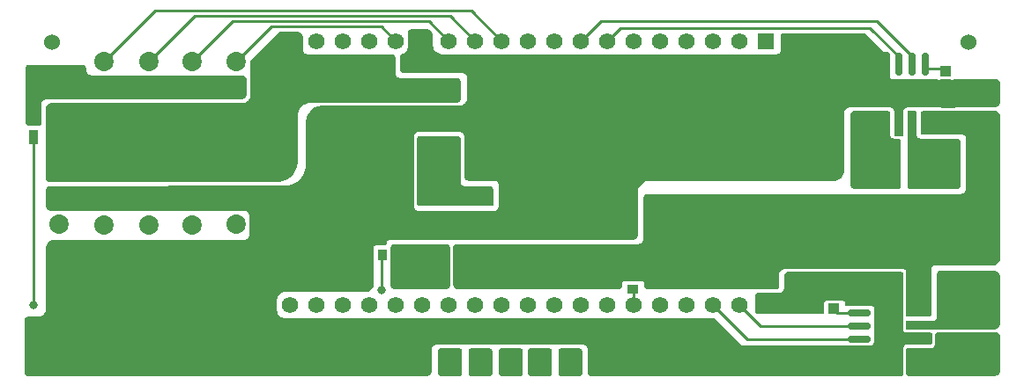
<source format=gbl>
G04*
G04 #@! TF.GenerationSoftware,Altium Limited,Altium Designer,22.5.1 (42)*
G04*
G04 Layer_Physical_Order=2*
G04 Layer_Color=16711680*
%FSLAX44Y44*%
%MOMM*%
G71*
G04*
G04 #@! TF.SameCoordinates,6AFA5DE7-E917-4A20-8E33-DC7232792B34*
G04*
G04*
G04 #@! TF.FilePolarity,Positive*
G04*
G01*
G75*
%ADD14C,0.2540*%
%ADD17R,0.9000X1.0000*%
%ADD18R,1.0000X1.4000*%
%ADD27C,1.8600*%
%ADD28C,1.5240*%
%ADD29R,1.5600X1.5600*%
%ADD30C,1.5600*%
%ADD31C,0.8000*%
%ADD32C,0.6000*%
%ADD33R,3.1000X2.4000*%
G04:AMPARAMS|DCode=34|XSize=2.15mm|YSize=0.6mm|CornerRadius=0.15mm|HoleSize=0mm|Usage=FLASHONLY|Rotation=270.000|XOffset=0mm|YOffset=0mm|HoleType=Round|Shape=RoundedRectangle|*
%AMROUNDEDRECTD34*
21,1,2.1500,0.3000,0,0,270.0*
21,1,1.8500,0.6000,0,0,270.0*
1,1,0.3000,-0.1500,-0.9250*
1,1,0.3000,-0.1500,0.9250*
1,1,0.3000,0.1500,0.9250*
1,1,0.3000,0.1500,-0.9250*
%
%ADD34ROUNDEDRECTD34*%
%ADD35R,4.0000X4.0000*%
%ADD36R,1.4000X1.0000*%
%ADD37R,2.6000X1.1000*%
%ADD38R,8.5000X10.6500*%
%ADD39R,3.5000X1.4500*%
%ADD40R,1.0000X1.1000*%
%ADD41R,0.9500X1.4500*%
%ADD42O,0.6000X1.4500*%
%ADD43R,1.4500X0.9500*%
%ADD44R,1.0000X0.9000*%
%ADD45R,3.5000X3.5000*%
G04:AMPARAMS|DCode=46|XSize=2.15mm|YSize=0.6mm|CornerRadius=0.15mm|HoleSize=0mm|Usage=FLASHONLY|Rotation=0.000|XOffset=0mm|YOffset=0mm|HoleType=Round|Shape=RoundedRectangle|*
%AMROUNDEDRECTD46*
21,1,2.1500,0.3000,0,0,0.0*
21,1,1.8500,0.6000,0,0,0.0*
1,1,0.3000,0.9250,-0.1500*
1,1,0.3000,-0.9250,-0.1500*
1,1,0.3000,-0.9250,0.1500*
1,1,0.3000,0.9250,0.1500*
%
%ADD46ROUNDEDRECTD46*%
%ADD47R,2.4000X3.1000*%
G36*
X751627Y907084D02*
X753413Y905297D01*
X754380Y902963D01*
X754380Y901700D01*
X754380Y890270D01*
X754453Y889527D01*
X755022Y888153D01*
X756073Y887102D01*
X757447Y886533D01*
X758190Y886460D01*
X839470Y886460D01*
X839470Y886460D01*
X839470Y886460D01*
X839471D01*
X840634Y886292D01*
X841628Y885880D01*
X842700Y884808D01*
X843280Y883408D01*
X843280Y882650D01*
X843280Y867410D01*
X843353Y866667D01*
X843922Y865293D01*
X844973Y864242D01*
X846347Y863673D01*
X847090Y863600D01*
X901700D01*
X901700Y863600D01*
X901700Y863600D01*
X901701D01*
X902863Y863432D01*
X903858Y863020D01*
X904930Y861948D01*
X905510Y860548D01*
X905510Y859790D01*
X905510Y843280D01*
X905510Y843280D01*
X905510Y842522D01*
X904930Y841122D01*
X903858Y840050D01*
X902458Y839470D01*
X901700Y839470D01*
X760730D01*
X759609Y839415D01*
X757412Y838978D01*
X755342Y838120D01*
X753479Y836875D01*
X751894Y835291D01*
X750650Y833428D01*
X749792Y831358D01*
X749355Y829160D01*
X749300Y828040D01*
Y783590D01*
X749299Y783589D01*
X749299Y781588D01*
X748518Y777662D01*
X746986Y773964D01*
X744763Y770637D01*
X741933Y767806D01*
X738605Y765583D01*
X734907Y764051D01*
X730981Y763270D01*
X728980Y763270D01*
X510540D01*
X510539Y763270D01*
X509782Y763270D01*
X508381Y763850D01*
X507310Y764921D01*
X506730Y766321D01*
X506730Y767079D01*
Y833121D01*
X506730Y834384D01*
X507696Y836718D01*
X509483Y838504D01*
X511817Y839470D01*
X513080Y839470D01*
X693420Y839470D01*
X695960D01*
X696707Y839506D01*
X698172Y839798D01*
X699552Y840369D01*
X700794Y841199D01*
X701851Y842255D01*
X702680Y843498D01*
X703252Y844878D01*
X703543Y846343D01*
X703580Y847090D01*
X703580Y880110D01*
X731520Y908050D01*
X748030D01*
X748030Y908050D01*
X748030Y908050D01*
X749293Y908050D01*
X751627Y907084D01*
D02*
G37*
G36*
X858520Y910590D02*
X873753Y910590D01*
X876087Y909623D01*
X877873Y907837D01*
X878840Y905503D01*
Y895350D01*
X878883Y894479D01*
X879222Y892769D01*
X879889Y891159D01*
X880857Y889710D01*
X882090Y888477D01*
X883539Y887509D01*
X885149Y886842D01*
X886859Y886503D01*
X887730Y886460D01*
X1209040D01*
X1209783Y886533D01*
X1211158Y887101D01*
X1212209Y888152D01*
X1212777Y889526D01*
X1212850Y890270D01*
X1212850Y904240D01*
X1212850Y904240D01*
X1213119Y905399D01*
X1213235Y905680D01*
X1213950Y906395D01*
X1214884Y906781D01*
X1215390Y906780D01*
X1294130Y906780D01*
X1311910Y889000D01*
X1316074D01*
X1318260Y886814D01*
Y864869D01*
X1318309Y864374D01*
X1318688Y863458D01*
X1319388Y862757D01*
X1320304Y862378D01*
X1320800Y862330D01*
X1358900Y862330D01*
X1364060D01*
Y861910D01*
X1379140D01*
Y862330D01*
X1390650Y862330D01*
X1419860D01*
Y862330D01*
X1420618D01*
X1422018Y861750D01*
X1423089Y860679D01*
X1423669Y859279D01*
Y840739D01*
X1423669Y840739D01*
X1423669Y839729D01*
X1422896Y837862D01*
X1421467Y836433D01*
X1419600Y835660D01*
X1336040D01*
X1336040Y835660D01*
X1335049Y835562D01*
X1333218Y834804D01*
X1331816Y833402D01*
X1331057Y831571D01*
X1330960Y830580D01*
Y808990D01*
X1330960Y808990D01*
Y808737D01*
X1330766Y808271D01*
X1330409Y807913D01*
X1329943Y807720D01*
X1326635D01*
X1326385Y807770D01*
X1326385Y807770D01*
X1326385Y807770D01*
X1325880Y807770D01*
X1322966Y807770D01*
X1322620Y807913D01*
X1322263Y808270D01*
X1322070Y808737D01*
X1322070Y808990D01*
Y830580D01*
X1322070D01*
X1322070Y830580D01*
X1322070Y830582D01*
X1321973Y831571D01*
X1321901Y831744D01*
X1321215Y833403D01*
X1319813Y834805D01*
X1317981Y835563D01*
X1316990Y835660D01*
X1280160Y835660D01*
X1280160Y835660D01*
X1278921Y835538D01*
X1276632Y834590D01*
X1274880Y832838D01*
X1273932Y830549D01*
X1273810Y829310D01*
Y773430D01*
X1273810Y773430D01*
Y772554D01*
X1273468Y770837D01*
X1272798Y769219D01*
X1271825Y767763D01*
X1270587Y766525D01*
X1269131Y765552D01*
X1267513Y764882D01*
X1265796Y764540D01*
X1264920Y764540D01*
X1087120D01*
X1087120Y764540D01*
X1085999Y764485D01*
X1083802Y764048D01*
X1081732Y763190D01*
X1079869Y761945D01*
X1078284Y760361D01*
X1077040Y758498D01*
X1076182Y756428D01*
X1075745Y754231D01*
X1075690Y753110D01*
Y712470D01*
X1075690Y712470D01*
Y711460D01*
X1074917Y709592D01*
X1073487Y708163D01*
X1071620Y707390D01*
X836930D01*
X836930Y707390D01*
X836434Y707341D01*
X835519Y706962D01*
X834818Y706261D01*
X834439Y705346D01*
X834390Y704850D01*
Y703580D01*
X833120Y702310D01*
X824230Y702310D01*
X824230Y702310D01*
X823734Y702261D01*
X822819Y701882D01*
X822118Y701181D01*
X821739Y700266D01*
X821690Y699770D01*
X821690Y664210D01*
X821690Y664210D01*
X821690Y662947D01*
X820723Y660613D01*
X818937Y658827D01*
X816603Y657860D01*
X815340Y657860D01*
X737870D01*
X737870Y657860D01*
X736999Y657817D01*
X735289Y657477D01*
X733679Y656810D01*
X732230Y655842D01*
X730998Y654610D01*
X730030Y653161D01*
X729363Y651551D01*
X729023Y649841D01*
X728980Y648970D01*
Y640080D01*
X729017Y639333D01*
X729308Y637868D01*
X729880Y636488D01*
X730710Y635246D01*
X731766Y634190D01*
X733008Y633360D01*
X734388Y632788D01*
X735853Y632497D01*
X736600Y632460D01*
X1149350D01*
X1176020Y605790D01*
X1299210D01*
X1299953Y605863D01*
X1301328Y606431D01*
X1302379Y607482D01*
X1302947Y608856D01*
X1303020Y609600D01*
X1303020Y641350D01*
X1303020D01*
X1303020Y641350D01*
X1303020Y641350D01*
X1302972Y641846D01*
X1302593Y642762D01*
X1301892Y643463D01*
X1300976Y643842D01*
X1300480Y643890D01*
X1276097Y643890D01*
X1275631Y644083D01*
X1275273Y644441D01*
X1275080Y644907D01*
Y646430D01*
X1275080D01*
X1275080Y646430D01*
X1275080Y646430D01*
X1275032Y646926D01*
X1274653Y647842D01*
X1273952Y648543D01*
X1273036Y648922D01*
X1272540Y648970D01*
X1271190D01*
Y649090D01*
X1256110D01*
Y648634D01*
X1255889Y648542D01*
X1255188Y647841D01*
X1254809Y646926D01*
X1254760Y646430D01*
Y638810D01*
X1254760Y638810D01*
X1254760Y638305D01*
X1254373Y637371D01*
X1253659Y636656D01*
X1252725Y636270D01*
X1252220Y636270D01*
X1191260Y636270D01*
X1190755Y636269D01*
X1189821Y636655D01*
X1189106Y637370D01*
X1188720Y638303D01*
X1188720Y638808D01*
Y654050D01*
X1188719Y654556D01*
X1189105Y655490D01*
X1189820Y656205D01*
X1190754Y656591D01*
X1191260Y656590D01*
X1210379Y656590D01*
X1211580Y656590D01*
X1211580Y656590D01*
X1212571Y656687D01*
X1212775Y656771D01*
X1214403Y657445D01*
X1215805Y658847D01*
X1216563Y660679D01*
X1216660Y661670D01*
X1216660Y673102D01*
X1216660Y673102D01*
X1216840Y674297D01*
X1217239Y675260D01*
X1218311Y676332D01*
X1219589Y676860D01*
X1221435D01*
X1329047Y676860D01*
X1329859Y676524D01*
X1330574Y675809D01*
X1330910Y674997D01*
Y635001D01*
X1330910Y635000D01*
X1330910Y634747D01*
X1330910Y634747D01*
X1330910Y634746D01*
X1330932Y634640D01*
X1330919Y634532D01*
X1330919Y634531D01*
X1330960Y634389D01*
X1330960Y629152D01*
X1330910Y628902D01*
X1330910Y628648D01*
X1330910Y628648D01*
Y622047D01*
X1330960Y621797D01*
Y621029D01*
X1331009Y620533D01*
X1331388Y619618D01*
X1332089Y618917D01*
X1333004Y618538D01*
X1333500Y618490D01*
X1334267D01*
X1334517Y618440D01*
X1356987D01*
X1357800Y618104D01*
X1358514Y617389D01*
X1358900Y616458D01*
X1358900Y616456D01*
X1358900Y616455D01*
X1358900Y616455D01*
X1358900Y615950D01*
Y614421D01*
X1358900Y614420D01*
X1358900Y614257D01*
X1358857Y614099D01*
X1358868Y614006D01*
X1358850Y613915D01*
Y613410D01*
X1358850Y608977D01*
X1358849Y608971D01*
X1358513Y608161D01*
X1357799Y607447D01*
X1356865Y607060D01*
X1356360Y607060D01*
X1334770D01*
X1334770Y607060D01*
X1334027Y606987D01*
X1332653Y606418D01*
X1331602Y605367D01*
X1331033Y603993D01*
X1330960Y603250D01*
Y602483D01*
X1330910Y602233D01*
Y602233D01*
X1330910Y602233D01*
Y578615D01*
X1330926Y578534D01*
X1330573Y577681D01*
X1329859Y576967D01*
X1328925Y576580D01*
X1328420Y576580D01*
X1031240D01*
X1030482Y576580D01*
X1029081Y577160D01*
X1028010Y578232D01*
X1027430Y579632D01*
X1027430Y580390D01*
Y601980D01*
X1027430D01*
X1027430Y601980D01*
X1027430Y601982D01*
X1027333Y602971D01*
X1027261Y603144D01*
X1026575Y604803D01*
X1025173Y606205D01*
X1023341Y606963D01*
X1022350Y607060D01*
X882650Y607060D01*
X882650Y607060D01*
X881659Y606962D01*
X879828Y606204D01*
X878426Y604802D01*
X877668Y602971D01*
X877570Y601980D01*
Y581660D01*
X877570Y581660D01*
X877570Y580649D01*
X876796Y578782D01*
X875368Y577353D01*
X873500Y576580D01*
X872490Y576580D01*
X490220D01*
X489462Y576580D01*
X488062Y577160D01*
X486990Y578232D01*
X486410Y579632D01*
X486410Y580390D01*
Y629920D01*
X486409Y630678D01*
X486989Y632079D01*
X488061Y633151D01*
X489462Y633730D01*
X490220Y633730D01*
X499179Y633730D01*
X500380D01*
X500380Y633730D01*
X500380Y633730D01*
X501619Y633851D01*
X503909Y634799D01*
X505661Y636551D01*
X506609Y638841D01*
X506730Y640080D01*
X506730Y698500D01*
X506730Y698500D01*
X506802Y699740D01*
X507071Y701093D01*
X507741Y702712D01*
X508714Y704168D01*
X509952Y705406D01*
X511408Y706379D01*
X513027Y707049D01*
X514744Y707390D01*
X515620Y707390D01*
X696029Y707390D01*
X697230Y707390D01*
X697230Y707390D01*
X698221Y707487D01*
X698425Y707571D01*
X700053Y708245D01*
X701455Y709647D01*
X702213Y711479D01*
X702310Y712470D01*
X702310Y731520D01*
X702310Y731520D01*
X702237Y732263D01*
X702057Y732698D01*
X701668Y733637D01*
X700617Y734689D01*
X699243Y735257D01*
X698500Y735330D01*
X513080Y735330D01*
X511817Y735330D01*
X509483Y736296D01*
X507696Y738083D01*
X506730Y740417D01*
X506730Y741680D01*
X506730Y754375D01*
X506730Y754375D01*
X506820Y755608D01*
X507503Y757259D01*
X508933Y758693D01*
X510803Y759470D01*
X511816Y759471D01*
X735938Y759974D01*
X737135Y759977D01*
X737135Y759977D01*
X737135Y759977D01*
X739076Y760076D01*
X742882Y760840D01*
X746466Y762331D01*
X749691Y764492D01*
X752433Y767240D01*
X754586Y770470D01*
X756070Y774057D01*
X756825Y777865D01*
X756920Y779805D01*
X756920Y819224D01*
X756920Y820420D01*
X756920Y820420D01*
X756920Y820420D01*
X756920Y820420D01*
X756920Y822046D01*
X757554Y825236D01*
X758798Y828241D01*
X760605Y830945D01*
X762905Y833245D01*
X765609Y835052D01*
X768614Y836296D01*
X771550Y836880D01*
X901700D01*
X902458Y836880D01*
X902710Y836930D01*
X904240D01*
X904987Y836966D01*
X906452Y837257D01*
X907833Y837829D01*
X909075Y838658D01*
X910132Y839715D01*
X910961Y840957D01*
X911533Y842338D01*
X911824Y843803D01*
X911860Y844550D01*
X911860Y863600D01*
X911860D01*
X911860Y863600D01*
X911860Y863602D01*
X911763Y864591D01*
X911691Y864764D01*
X911005Y866423D01*
X909603Y867825D01*
X907771Y868583D01*
X906780Y868680D01*
X850900Y868680D01*
X850142Y868680D01*
X848742Y869259D01*
X847670Y870331D01*
X847090Y871732D01*
X847090Y872489D01*
Y883413D01*
X847089Y883985D01*
X847438Y885074D01*
X848103Y886004D01*
X848521Y886316D01*
X849561Y886872D01*
X849561Y886872D01*
Y886872D01*
X849561Y886872D01*
X850645Y887339D01*
X852533Y888745D01*
X853902Y890661D01*
X854619Y892903D01*
X854710Y894080D01*
X854710Y906781D01*
X854710Y906781D01*
X854890Y907976D01*
X855289Y908940D01*
X856361Y910012D01*
X857762Y910591D01*
X858520Y910590D01*
D02*
G37*
G36*
X541020Y876299D02*
X541020Y876299D01*
X541029D01*
X542199Y876230D01*
X543898Y875527D01*
X545327Y874098D01*
X546100Y872231D01*
X546100Y871220D01*
X546100Y871220D01*
X546198Y870229D01*
X546956Y868397D01*
X548358Y866996D01*
X550189Y866237D01*
X551180Y866140D01*
X694689D01*
X694690Y866139D01*
X694690Y866139D01*
X694699D01*
X695871Y866069D01*
X697567Y865366D01*
X698996Y863937D01*
X699770Y862070D01*
X699770Y861060D01*
X699770Y848360D01*
X699769Y848360D01*
X699770Y847349D01*
X698996Y845482D01*
X697567Y844053D01*
X695700Y843280D01*
X694690Y843280D01*
X508000Y843280D01*
X508000Y843280D01*
X507009Y843182D01*
X505178Y842424D01*
X503776Y841022D01*
X503018Y839191D01*
X502920Y838200D01*
X502920Y820420D01*
X502920Y820420D01*
X502920Y819915D01*
X502533Y818981D01*
X501819Y818267D01*
X500885Y817880D01*
X490220Y817880D01*
X490220Y817880D01*
X489715Y817880D01*
X488781Y818267D01*
X488067Y818981D01*
X487680Y819915D01*
X487680Y820420D01*
X487680Y873760D01*
X487680Y873760D01*
X487680Y873760D01*
X487950Y874918D01*
X488067Y875199D01*
X488781Y875913D01*
X489715Y876300D01*
X490220Y876300D01*
X541020Y876300D01*
X541020Y876299D01*
D02*
G37*
G36*
X1315720Y831850D02*
X1316225Y831850D01*
X1317159Y831463D01*
X1317873Y830749D01*
X1317990Y830467D01*
X1318260Y829311D01*
Y829310D01*
X1318260Y829310D01*
X1318260Y829310D01*
Y808990D01*
X1318333Y808247D01*
X1318902Y806873D01*
X1319953Y805822D01*
X1321326Y805253D01*
X1322070Y805180D01*
X1325880Y805180D01*
X1326385Y805180D01*
X1327319Y804793D01*
X1328033Y804079D01*
X1328156Y803783D01*
X1328420Y802640D01*
Y802640D01*
X1328420Y802640D01*
X1328420Y802640D01*
X1328420Y759460D01*
X1328420Y758955D01*
X1328033Y758021D01*
X1327319Y757307D01*
X1326385Y756920D01*
X1325880Y756920D01*
X1283212D01*
X1281812Y757500D01*
X1280740Y758572D01*
X1280160Y759972D01*
Y760730D01*
Y828040D01*
X1280160Y828798D01*
X1280740Y830198D01*
X1281812Y831270D01*
X1283212Y831850D01*
X1283970Y831850D01*
X1283970Y831850D01*
X1315720Y831850D01*
D02*
G37*
G36*
X1336040Y831850D02*
X1341192Y831850D01*
X1342390Y831850D01*
X1343489Y831245D01*
X1343660Y830833D01*
X1343660Y830580D01*
X1343660Y808990D01*
X1343733Y808247D01*
X1344302Y806873D01*
X1345353Y805822D01*
X1346727Y805253D01*
X1347470Y805180D01*
X1348237D01*
X1348488Y805130D01*
X1348489Y805130D01*
X1348489Y805130D01*
X1348742Y805130D01*
X1383655Y805130D01*
X1384469Y804793D01*
X1385183Y804079D01*
X1385570Y803145D01*
X1385570Y802640D01*
X1385570Y759460D01*
X1385570Y759460D01*
Y758955D01*
X1385183Y758021D01*
X1384469Y757307D01*
X1383535Y756920D01*
X1337310D01*
X1336805Y756920D01*
X1335871Y757307D01*
X1335157Y758021D01*
X1334770Y758955D01*
X1334770Y759460D01*
Y830580D01*
X1334770Y830833D01*
X1334963Y831299D01*
X1335320Y831657D01*
X1335787Y831850D01*
X1336040Y831850D01*
D02*
G37*
G36*
X1350010Y831850D02*
X1417412D01*
X1418590Y831850D01*
D01*
X1419767Y831781D01*
X1421467Y831077D01*
X1422897Y829648D01*
X1423670Y827780D01*
X1423670Y826770D01*
X1423670Y689610D01*
X1423670D01*
X1423670Y688347D01*
X1422703Y686013D01*
X1420917Y684227D01*
X1418583Y683260D01*
X1361440D01*
X1361439Y683259D01*
X1360696Y683186D01*
X1359323Y682618D01*
X1358272Y681567D01*
X1357703Y680194D01*
X1357630Y679451D01*
Y635000D01*
X1357629Y634999D01*
X1357629Y634747D01*
X1357436Y634280D01*
X1357079Y633923D01*
X1356612Y633730D01*
X1356360Y633730D01*
X1334770D01*
X1334517Y633730D01*
X1334051Y633923D01*
X1333693Y634280D01*
X1333500Y634746D01*
X1333500Y634747D01*
X1333500Y635000D01*
X1333500Y635001D01*
Y676910D01*
X1333500Y676910D01*
X1333500Y676910D01*
X1333498Y676916D01*
X1333451Y677405D01*
X1333072Y678321D01*
X1332372Y679022D01*
X1331456Y679401D01*
X1330960Y679450D01*
X1221435Y679450D01*
X1217930D01*
X1217929Y679449D01*
X1216690Y679327D01*
X1214402Y678379D01*
X1212650Y676627D01*
X1211702Y674339D01*
X1211580Y673100D01*
X1211580Y668020D01*
Y662940D01*
X1211580Y662940D01*
X1211580Y662435D01*
X1211193Y661501D01*
X1210479Y660787D01*
X1209545Y660400D01*
X1209040Y660400D01*
X1084075D01*
X1083141Y660787D01*
X1082427Y661501D01*
X1082040Y662435D01*
Y664254D01*
X1082040Y665480D01*
X1082040Y665480D01*
X1082040Y665481D01*
X1081991Y665975D01*
X1081612Y666891D01*
X1080911Y667592D01*
X1079995Y667971D01*
X1079500Y668020D01*
X1062990Y668020D01*
X1062990Y668020D01*
X1062494Y667971D01*
X1061579Y667592D01*
X1060878Y666891D01*
X1060499Y665975D01*
X1060450Y665480D01*
Y662940D01*
X1060450Y662940D01*
X1060450Y662435D01*
X1060063Y661501D01*
X1059349Y660787D01*
X1058415Y660400D01*
X1057910Y660400D01*
X902970D01*
X901959Y660400D01*
X900092Y661173D01*
X898663Y662602D01*
X897890Y664469D01*
Y699770D01*
X897890Y699771D01*
X898071Y700966D01*
X898469Y701929D01*
X899541Y703001D01*
X900942Y703580D01*
X901700Y703580D01*
X1075690Y703580D01*
X1076681Y703678D01*
X1078512Y704436D01*
X1079914Y705838D01*
X1080672Y707669D01*
X1080770Y708660D01*
Y746761D01*
X1080770Y747772D01*
X1081543Y749639D01*
X1082972Y751068D01*
X1084839Y751841D01*
X1085850Y751840D01*
X1384361Y751840D01*
X1385570Y751840D01*
X1385570Y751840D01*
X1386561Y751937D01*
X1386765Y752021D01*
X1388393Y752695D01*
X1389795Y754097D01*
X1390553Y755929D01*
X1390650Y756920D01*
X1390650Y805224D01*
X1390650Y806450D01*
X1390650Y806450D01*
X1390650Y806451D01*
X1390601Y806945D01*
X1390222Y807861D01*
X1389521Y808562D01*
X1388606Y808941D01*
X1388110Y808990D01*
X1350010Y808990D01*
X1349505Y808990D01*
X1348571Y809377D01*
X1347856Y810091D01*
X1347470Y811025D01*
X1347470Y811530D01*
X1347470Y829311D01*
X1347470Y829311D01*
X1347740Y830470D01*
X1347856Y830750D01*
X1348571Y831464D01*
X1349505Y831851D01*
X1350010Y831850D01*
D02*
G37*
G36*
X891540Y703580D02*
X892298D01*
X893698Y703000D01*
X894770Y701928D01*
X895316Y700609D01*
X895300Y700528D01*
X895300Y700528D01*
X895300Y700528D01*
X895300Y699770D01*
Y663452D01*
X895316Y663371D01*
X894770Y662052D01*
X893698Y660980D01*
X892298Y660400D01*
X891540Y660400D01*
X841252D01*
X839852Y660980D01*
X838780Y662052D01*
X838200Y663452D01*
Y664210D01*
Y699770D01*
Y700528D01*
X838780Y701928D01*
X839852Y703000D01*
X841252Y703580D01*
X842010Y703580D01*
X842010Y703580D01*
X891540Y703580D01*
D02*
G37*
G36*
X1367790Y678180D02*
X1417320Y678180D01*
X1417320Y678180D01*
X1417320Y678180D01*
X1418583Y678180D01*
X1420917Y677213D01*
X1422703Y675427D01*
X1423670Y673093D01*
X1423670Y671830D01*
X1423670Y627380D01*
X1423670D01*
Y626117D01*
X1422703Y623783D01*
X1420917Y621997D01*
X1418583Y621030D01*
X1334517D01*
X1334051Y621223D01*
X1333693Y621581D01*
X1333500Y622047D01*
Y628648D01*
X1333500Y628648D01*
X1333500Y628903D01*
X1333500Y628903D01*
X1333693Y629370D01*
X1334050Y629727D01*
X1334517Y629920D01*
X1334770Y629920D01*
X1358965Y629920D01*
X1360170Y629920D01*
X1360170Y629920D01*
X1360170Y629920D01*
X1360665Y629969D01*
X1361581Y630348D01*
X1362282Y631049D01*
X1362661Y631964D01*
X1362710Y632460D01*
X1362710Y673100D01*
X1362710Y673100D01*
X1362802Y674332D01*
X1363483Y675978D01*
X1364912Y677407D01*
X1366779Y678180D01*
X1367790Y678180D01*
D02*
G37*
G36*
X1019810Y603250D02*
X1020315Y603250D01*
X1021249Y602863D01*
X1021963Y602149D01*
X1022069Y601893D01*
X1022350Y600710D01*
D01*
X1022350Y599535D01*
Y578615D01*
X1021963Y577681D01*
X1021249Y576967D01*
X1020315Y576580D01*
X1001525D01*
X1000591Y576967D01*
X999877Y577681D01*
X999490Y578615D01*
Y601215D01*
X999877Y602149D01*
X1000591Y602863D01*
X1001525Y603250D01*
X1002030Y603250D01*
X1002030Y603250D01*
X1019810Y603250D01*
D02*
G37*
G36*
X990600D02*
X991105Y603250D01*
X992039Y602863D01*
X992753Y602149D01*
X992859Y601893D01*
X993140Y600710D01*
D01*
X993140Y599535D01*
Y578615D01*
X992753Y577681D01*
X992039Y576967D01*
X991105Y576580D01*
X972315D01*
X971381Y576967D01*
X970667Y577681D01*
X970280Y578615D01*
Y601215D01*
X970667Y602149D01*
X971381Y602863D01*
X972315Y603250D01*
X972820Y603250D01*
X972820Y603250D01*
X990600Y603250D01*
D02*
G37*
G36*
X962660D02*
X963165Y603250D01*
X964099Y602863D01*
X964813Y602149D01*
X964919Y601893D01*
X965200Y600710D01*
D01*
X965200Y599535D01*
Y578615D01*
X964813Y577681D01*
X964099Y576967D01*
X963165Y576580D01*
X944375D01*
X943441Y576967D01*
X942727Y577681D01*
X942340Y578615D01*
Y601215D01*
X942727Y602149D01*
X943441Y602863D01*
X944375Y603250D01*
X944880Y603250D01*
X944880Y603250D01*
X962660Y603250D01*
D02*
G37*
G36*
X933450D02*
X933955Y603250D01*
X934889Y602863D01*
X935603Y602149D01*
X935709Y601893D01*
X935990Y600710D01*
D01*
X935990Y599535D01*
Y578615D01*
X935603Y577681D01*
X934889Y576967D01*
X933955Y576580D01*
X915165D01*
X914231Y576967D01*
X913517Y577681D01*
X913130Y578615D01*
Y601215D01*
X913517Y602149D01*
X914231Y602863D01*
X915165Y603250D01*
X915670Y603250D01*
X915670Y603250D01*
X933450Y603250D01*
D02*
G37*
G36*
X904240D02*
X904745Y603250D01*
X905679Y602863D01*
X906393Y602149D01*
X906499Y601893D01*
X906780Y600710D01*
D01*
X906780Y599535D01*
Y578615D01*
X906393Y577681D01*
X905679Y576967D01*
X904745Y576580D01*
X885955D01*
X885021Y576967D01*
X884307Y577681D01*
X883920Y578615D01*
Y601215D01*
X884307Y602149D01*
X885021Y602863D01*
X885955Y603250D01*
X886460Y603250D01*
X886460Y603250D01*
X904240Y603250D01*
D02*
G37*
G36*
X1422018Y617910D02*
X1423090Y616838D01*
X1423670Y615438D01*
X1423670Y614680D01*
X1423670D01*
X1423670Y614680D01*
X1423670Y580649D01*
X1422897Y578782D01*
X1421467Y577353D01*
X1419822Y576672D01*
X1418590Y576580D01*
X1418590Y576580D01*
X1336040Y576580D01*
X1335535Y576580D01*
X1334601Y576967D01*
X1333887Y577681D01*
X1333500Y578615D01*
Y602233D01*
X1333500Y602233D01*
X1333693Y602699D01*
X1334050Y603056D01*
X1334517Y603250D01*
X1334770D01*
X1334770Y603250D01*
X1357630D01*
X1358373Y603323D01*
X1359746Y603892D01*
X1360796Y604943D01*
X1361365Y606315D01*
X1361438Y607058D01*
X1361438Y607058D01*
X1361439Y608970D01*
X1361439Y608972D01*
Y608972D01*
X1361440Y608976D01*
X1361440Y613410D01*
Y613915D01*
X1361440Y613915D01*
X1361490Y614166D01*
X1361490Y614420D01*
X1361490Y614420D01*
Y615950D01*
X1361490Y616455D01*
X1361490Y616455D01*
Y616455D01*
X1361474Y616536D01*
X1361827Y617389D01*
X1362541Y618103D01*
X1363356Y618440D01*
X1420738D01*
X1422018Y617910D01*
D02*
G37*
%LPC*%
G36*
X905250Y811530D02*
X864870Y811530D01*
X864112Y811530D01*
X862712Y810950D01*
X861640Y809878D01*
X861060Y808478D01*
X861060Y807720D01*
Y805935D01*
X861010Y805685D01*
Y742950D01*
X861010Y742950D01*
X861010Y742445D01*
X861010Y742445D01*
X861010Y742445D01*
X861060Y742194D01*
Y739140D01*
X861060Y738382D01*
X861640Y736982D01*
X862712Y735910D01*
X864112Y735330D01*
X864870Y735330D01*
X938270D01*
X940137Y736103D01*
X941567Y737532D01*
X942340Y739399D01*
Y740410D01*
X942340Y740410D01*
Y760470D01*
X941567Y762337D01*
X940138Y763767D01*
X938270Y764540D01*
X937260D01*
Y764540D01*
X913130D01*
X912387Y764613D01*
X911013Y765182D01*
X909962Y766233D01*
X909393Y767607D01*
X909320Y768350D01*
Y807460D01*
X908547Y809328D01*
X907118Y810757D01*
X905250Y811530D01*
D02*
G37*
%LPD*%
G36*
X902970Y807720D02*
X903475Y807720D01*
X904409Y807333D01*
X905123Y806619D01*
X905240Y806337D01*
X905510Y805181D01*
Y805180D01*
X905510Y805180D01*
X905510Y805180D01*
Y763270D01*
X905583Y762527D01*
X906152Y761153D01*
X907203Y760102D01*
X908577Y759533D01*
X909320Y759460D01*
X933450Y759460D01*
X934208Y759460D01*
X935608Y758880D01*
X936680Y757808D01*
X937085Y756829D01*
X937260Y755650D01*
D01*
X937260Y754474D01*
X937260Y742950D01*
X937260Y742445D01*
X936873Y741511D01*
X936159Y740797D01*
X935877Y740680D01*
X934720Y740410D01*
X934720Y740410D01*
Y740410D01*
X866140D01*
X865635Y740410D01*
X864701Y740797D01*
X863987Y741511D01*
X863600Y742445D01*
X863600Y742950D01*
X863600Y742950D01*
Y805685D01*
X863987Y806619D01*
X864701Y807333D01*
X865635Y807720D01*
X866140D01*
X902970Y807720D01*
D02*
G37*
D14*
X1351607Y874202D02*
X1353320Y872490D01*
X1372877D01*
X1351607Y874202D02*
Y876610D01*
X1326207D02*
Y884360D01*
X1298707Y911860D02*
X1326207Y884360D01*
X1059180Y911860D02*
X1298707D01*
X1338907Y876610D02*
Y884360D01*
X1305058Y918210D02*
X1338907Y884360D01*
X915670Y928370D02*
X944880Y899160D01*
X562610Y879340D02*
X611640Y928370D01*
X915670D01*
X723400Y913130D02*
X829310D01*
X649740Y923290D02*
X895350D01*
X829310Y913130D02*
X843280Y899160D01*
X689610Y879340D02*
X723400Y913130D01*
X895350Y923290D02*
X919480Y899160D01*
X686570Y918210D02*
X875030D01*
X605790Y879340D02*
X649740Y923290D01*
X875030Y918210D02*
X894080Y899160D01*
X647700Y879340D02*
X686570Y918210D01*
X829310Y659130D02*
Y692300D01*
X830430Y693420D01*
X1070610Y660400D02*
X1071880Y659130D01*
Y645160D02*
Y659130D01*
X495300Y645160D02*
Y806290D01*
X495460Y806450D01*
X1046480Y899160D02*
X1059180Y911860D01*
X1021080Y899160D02*
X1040130Y918210D01*
X1305058D01*
X1263650Y641050D02*
X1267210Y637490D01*
X1288430D01*
X1148080Y645160D02*
X1181150Y612090D01*
X1288430D01*
X1173480Y645160D02*
X1193850Y624790D01*
X1288430D01*
D17*
X830430Y693420D02*
D03*
X843430D02*
D03*
X902970Y673100D02*
D03*
X889970D02*
D03*
D18*
X853830Y750650D02*
D03*
X870830D02*
D03*
D27*
X605790Y773510D02*
D03*
Y747860D02*
D03*
Y722210D02*
D03*
X562610Y773510D02*
D03*
Y747860D02*
D03*
Y722210D02*
D03*
X689610Y722630D02*
D03*
Y748280D02*
D03*
Y773930D02*
D03*
Y879340D02*
D03*
Y853690D02*
D03*
Y828040D02*
D03*
X647700Y879340D02*
D03*
Y853690D02*
D03*
Y828040D02*
D03*
X605790Y879340D02*
D03*
Y853690D02*
D03*
Y828040D02*
D03*
X562610Y879340D02*
D03*
Y853690D02*
D03*
Y828040D02*
D03*
X647700Y722210D02*
D03*
Y747860D02*
D03*
Y773510D02*
D03*
X519430Y722380D02*
D03*
Y748030D02*
D03*
Y773680D02*
D03*
D28*
X1393190Y897890D02*
D03*
X513080D02*
D03*
D29*
X1198880Y899160D02*
D03*
D30*
X1173480D02*
D03*
X741680D02*
D03*
X1148080D02*
D03*
X1122680D02*
D03*
X1097280D02*
D03*
X1071880D02*
D03*
X1046480D02*
D03*
X1021080D02*
D03*
X995680D02*
D03*
X970280D02*
D03*
X944880D02*
D03*
X919480D02*
D03*
X894080D02*
D03*
X868680D02*
D03*
X843280D02*
D03*
X817880D02*
D03*
X792480D02*
D03*
X767080D02*
D03*
X1198880Y645160D02*
D03*
X1173480D02*
D03*
X1148080D02*
D03*
X1122680D02*
D03*
X1097280D02*
D03*
X1071880D02*
D03*
X1046480D02*
D03*
X1021080D02*
D03*
X995680D02*
D03*
X970280D02*
D03*
X944880D02*
D03*
X919480D02*
D03*
X894080D02*
D03*
X868680D02*
D03*
X843280D02*
D03*
X817880D02*
D03*
X792480D02*
D03*
X767080D02*
D03*
X741680D02*
D03*
D31*
X1109218Y838200D02*
D03*
X1130935Y857250D02*
D03*
X1152652Y838200D02*
D03*
X1174369Y857250D02*
D03*
X1196086Y838200D02*
D03*
X1217803Y857250D02*
D03*
X1239520Y838200D02*
D03*
X821182Y595630D02*
D03*
X799465Y614680D02*
D03*
X777748Y595630D02*
D03*
X756031Y614680D02*
D03*
X734314Y595630D02*
D03*
X712597Y614680D02*
D03*
X690880Y595630D02*
D03*
X520700Y849630D02*
D03*
X508000Y862330D02*
D03*
X495300Y849630D02*
D03*
X829310Y659130D02*
D03*
X1037590Y617220D02*
D03*
X495300Y645160D02*
D03*
D32*
X895350Y581660D02*
D03*
X1010920D02*
D03*
X981710D02*
D03*
X952500D02*
D03*
X923290D02*
D03*
D33*
X1332757Y848360D02*
D03*
D34*
X1351607Y820110D02*
D03*
X1339007D02*
D03*
X1326257D02*
D03*
X1313507D02*
D03*
X1326207Y876610D02*
D03*
X1313507D02*
D03*
X1338907D02*
D03*
X1351607D02*
D03*
D35*
X1398270Y596900D02*
D03*
X1360170Y781050D02*
D03*
X1305560D02*
D03*
X1398270Y647700D02*
D03*
D36*
X1374220Y822168D02*
D03*
Y839167D02*
D03*
X835580Y830970D02*
D03*
Y847970D02*
D03*
X1318180Y670950D02*
D03*
Y687950D02*
D03*
D37*
X1403350Y844550D02*
D03*
Y817550D02*
D03*
X1289050Y662140D02*
D03*
Y689140D02*
D03*
D38*
X988960Y824230D02*
D03*
D39*
X885960Y849630D02*
D03*
Y798830D02*
D03*
D40*
X1371600Y869950D02*
D03*
Y856950D02*
D03*
X1263650Y641050D02*
D03*
Y654050D02*
D03*
D41*
X515460Y806450D02*
D03*
X495460D02*
D03*
D42*
X928370Y694110D02*
D03*
X902970D02*
D03*
X890270D02*
D03*
X928370Y748610D02*
D03*
X915670D02*
D03*
X902970D02*
D03*
X890270D02*
D03*
X915670Y694110D02*
D03*
D43*
X1010920Y614520D02*
D03*
Y594520D02*
D03*
X981710Y614520D02*
D03*
Y594520D02*
D03*
X953616Y613404D02*
D03*
Y593404D02*
D03*
X924560Y613250D02*
D03*
Y593250D02*
D03*
X895350Y614520D02*
D03*
Y594520D02*
D03*
D44*
X1070610Y673400D02*
D03*
Y660400D02*
D03*
D45*
X1104900Y700169D02*
D03*
Y802640D02*
D03*
D46*
X1288430Y637490D02*
D03*
Y624790D02*
D03*
Y599390D02*
D03*
Y612090D02*
D03*
X1344930Y599390D02*
D03*
Y612140D02*
D03*
Y624890D02*
D03*
Y637490D02*
D03*
D47*
X1316680Y618640D02*
D03*
M02*

</source>
